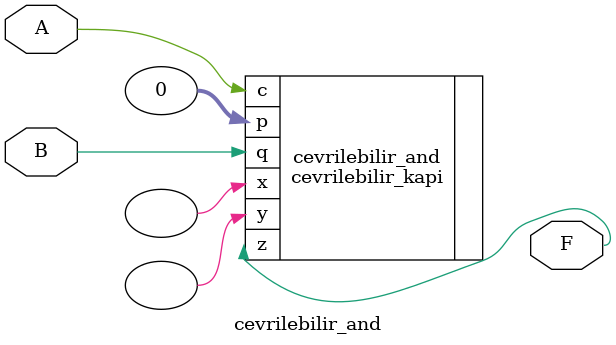
<source format=v>
`timescale 1ns / 1ps

module cevrilebilir_and(
    input A,B,
    output F
    );
    cevrilebilir_kapi cevrilebilir_and(.c(A),.p(0),.q(B),.z(F),.y(),.x());
endmodule
    
</source>
